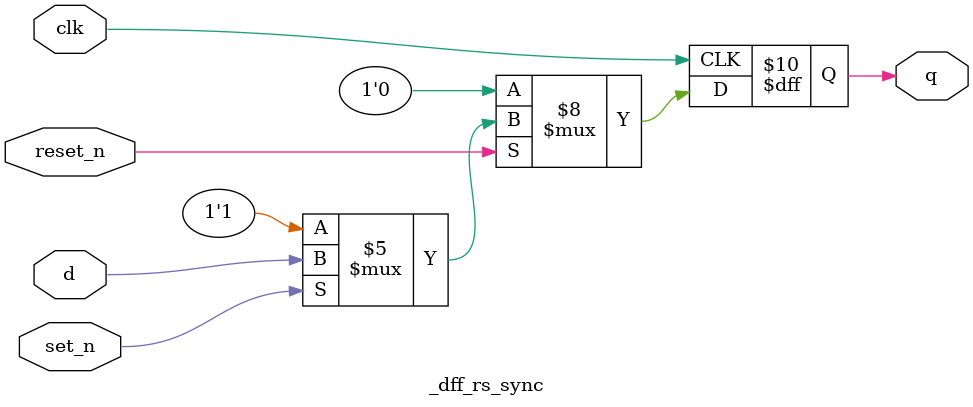
<source format=v>
module _dff_rs_sync(clk,set_n,reset_n,d,q); //synchronous set/resettable d flip-flop module
	input		  clk,set_n,reset_n,d;
	output reg q;
	
	always @ (posedge clk)
	begin
		if(reset_n == 0)		q <= 1'b0;
		else if(set_n == 0)	q <= 1'b1;
		else						q <= d;
	end
endmodule 
</source>
